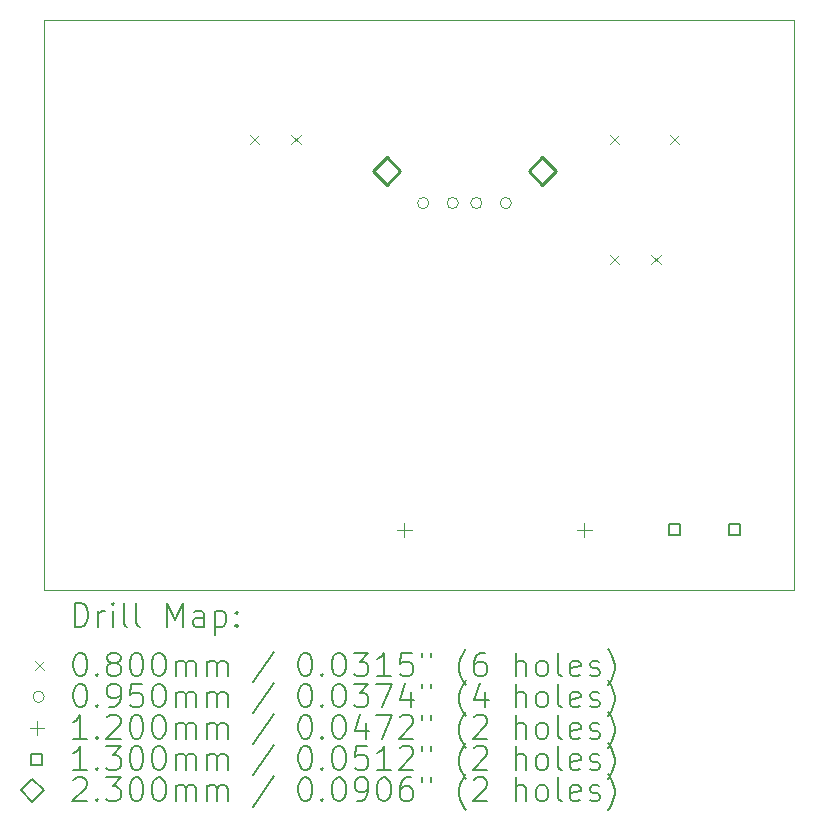
<source format=gbr>
%FSLAX45Y45*%
G04 Gerber Fmt 4.5, Leading zero omitted, Abs format (unit mm)*
G04 Created by KiCad (PCBNEW (6.0.4-0)) date 2022-04-27 17:17:24*
%MOMM*%
%LPD*%
G01*
G04 APERTURE LIST*
%TA.AperFunction,Profile*%
%ADD10C,0.050000*%
%TD*%
%ADD11C,0.200000*%
%ADD12C,0.080000*%
%ADD13C,0.095000*%
%ADD14C,0.120000*%
%ADD15C,0.130000*%
%ADD16C,0.230000*%
G04 APERTURE END LIST*
D10*
X18034000Y-2540000D02*
X18034000Y-7366000D01*
X18034000Y-7366000D02*
X11684000Y-7366000D01*
X11684000Y-7366000D02*
X11684000Y-2540000D01*
X11684000Y-2540000D02*
X18034000Y-2540000D01*
D11*
D12*
X13422000Y-3516000D02*
X13502000Y-3596000D01*
X13502000Y-3516000D02*
X13422000Y-3596000D01*
X13772000Y-3516000D02*
X13852000Y-3596000D01*
X13852000Y-3516000D02*
X13772000Y-3596000D01*
X16470000Y-3516000D02*
X16550000Y-3596000D01*
X16550000Y-3516000D02*
X16470000Y-3596000D01*
X16470000Y-4532000D02*
X16550000Y-4612000D01*
X16550000Y-4532000D02*
X16470000Y-4612000D01*
X16820000Y-4532000D02*
X16900000Y-4612000D01*
X16900000Y-4532000D02*
X16820000Y-4612000D01*
X16978000Y-3516000D02*
X17058000Y-3596000D01*
X17058000Y-3516000D02*
X16978000Y-3596000D01*
D13*
X14937500Y-4092000D02*
G75*
G03*
X14937500Y-4092000I-47500J0D01*
G01*
X15187500Y-4092000D02*
G75*
G03*
X15187500Y-4092000I-47500J0D01*
G01*
X15387500Y-4092000D02*
G75*
G03*
X15387500Y-4092000I-47500J0D01*
G01*
X15637500Y-4092000D02*
G75*
G03*
X15637500Y-4092000I-47500J0D01*
G01*
D14*
X14732000Y-6798000D02*
X14732000Y-6918000D01*
X14672000Y-6858000D02*
X14792000Y-6858000D01*
X16256000Y-6798000D02*
X16256000Y-6918000D01*
X16196000Y-6858000D02*
X16316000Y-6858000D01*
D15*
X17063962Y-6903962D02*
X17063962Y-6812038D01*
X16972038Y-6812038D01*
X16972038Y-6903962D01*
X17063962Y-6903962D01*
X17571962Y-6903962D02*
X17571962Y-6812038D01*
X17480038Y-6812038D01*
X17480038Y-6903962D01*
X17571962Y-6903962D01*
D16*
X14583000Y-3936000D02*
X14698000Y-3821000D01*
X14583000Y-3706000D01*
X14468000Y-3821000D01*
X14583000Y-3936000D01*
X15897000Y-3936000D02*
X16012000Y-3821000D01*
X15897000Y-3706000D01*
X15782000Y-3821000D01*
X15897000Y-3936000D01*
D11*
X11939119Y-7678976D02*
X11939119Y-7478976D01*
X11986738Y-7478976D01*
X12015309Y-7488500D01*
X12034357Y-7507548D01*
X12043881Y-7526595D01*
X12053405Y-7564690D01*
X12053405Y-7593262D01*
X12043881Y-7631357D01*
X12034357Y-7650405D01*
X12015309Y-7669452D01*
X11986738Y-7678976D01*
X11939119Y-7678976D01*
X12139119Y-7678976D02*
X12139119Y-7545643D01*
X12139119Y-7583738D02*
X12148643Y-7564690D01*
X12158167Y-7555167D01*
X12177214Y-7545643D01*
X12196262Y-7545643D01*
X12262928Y-7678976D02*
X12262928Y-7545643D01*
X12262928Y-7478976D02*
X12253405Y-7488500D01*
X12262928Y-7498024D01*
X12272452Y-7488500D01*
X12262928Y-7478976D01*
X12262928Y-7498024D01*
X12386738Y-7678976D02*
X12367690Y-7669452D01*
X12358167Y-7650405D01*
X12358167Y-7478976D01*
X12491500Y-7678976D02*
X12472452Y-7669452D01*
X12462928Y-7650405D01*
X12462928Y-7478976D01*
X12720071Y-7678976D02*
X12720071Y-7478976D01*
X12786738Y-7621833D01*
X12853405Y-7478976D01*
X12853405Y-7678976D01*
X13034357Y-7678976D02*
X13034357Y-7574214D01*
X13024833Y-7555167D01*
X13005786Y-7545643D01*
X12967690Y-7545643D01*
X12948643Y-7555167D01*
X13034357Y-7669452D02*
X13015309Y-7678976D01*
X12967690Y-7678976D01*
X12948643Y-7669452D01*
X12939119Y-7650405D01*
X12939119Y-7631357D01*
X12948643Y-7612309D01*
X12967690Y-7602786D01*
X13015309Y-7602786D01*
X13034357Y-7593262D01*
X13129595Y-7545643D02*
X13129595Y-7745643D01*
X13129595Y-7555167D02*
X13148643Y-7545643D01*
X13186738Y-7545643D01*
X13205786Y-7555167D01*
X13215309Y-7564690D01*
X13224833Y-7583738D01*
X13224833Y-7640881D01*
X13215309Y-7659928D01*
X13205786Y-7669452D01*
X13186738Y-7678976D01*
X13148643Y-7678976D01*
X13129595Y-7669452D01*
X13310548Y-7659928D02*
X13320071Y-7669452D01*
X13310548Y-7678976D01*
X13301024Y-7669452D01*
X13310548Y-7659928D01*
X13310548Y-7678976D01*
X13310548Y-7555167D02*
X13320071Y-7564690D01*
X13310548Y-7574214D01*
X13301024Y-7564690D01*
X13310548Y-7555167D01*
X13310548Y-7574214D01*
D12*
X11601500Y-7968500D02*
X11681500Y-8048500D01*
X11681500Y-7968500D02*
X11601500Y-8048500D01*
D11*
X11977214Y-7898976D02*
X11996262Y-7898976D01*
X12015309Y-7908500D01*
X12024833Y-7918024D01*
X12034357Y-7937071D01*
X12043881Y-7975167D01*
X12043881Y-8022786D01*
X12034357Y-8060881D01*
X12024833Y-8079928D01*
X12015309Y-8089452D01*
X11996262Y-8098976D01*
X11977214Y-8098976D01*
X11958167Y-8089452D01*
X11948643Y-8079928D01*
X11939119Y-8060881D01*
X11929595Y-8022786D01*
X11929595Y-7975167D01*
X11939119Y-7937071D01*
X11948643Y-7918024D01*
X11958167Y-7908500D01*
X11977214Y-7898976D01*
X12129595Y-8079928D02*
X12139119Y-8089452D01*
X12129595Y-8098976D01*
X12120071Y-8089452D01*
X12129595Y-8079928D01*
X12129595Y-8098976D01*
X12253405Y-7984690D02*
X12234357Y-7975167D01*
X12224833Y-7965643D01*
X12215309Y-7946595D01*
X12215309Y-7937071D01*
X12224833Y-7918024D01*
X12234357Y-7908500D01*
X12253405Y-7898976D01*
X12291500Y-7898976D01*
X12310548Y-7908500D01*
X12320071Y-7918024D01*
X12329595Y-7937071D01*
X12329595Y-7946595D01*
X12320071Y-7965643D01*
X12310548Y-7975167D01*
X12291500Y-7984690D01*
X12253405Y-7984690D01*
X12234357Y-7994214D01*
X12224833Y-8003738D01*
X12215309Y-8022786D01*
X12215309Y-8060881D01*
X12224833Y-8079928D01*
X12234357Y-8089452D01*
X12253405Y-8098976D01*
X12291500Y-8098976D01*
X12310548Y-8089452D01*
X12320071Y-8079928D01*
X12329595Y-8060881D01*
X12329595Y-8022786D01*
X12320071Y-8003738D01*
X12310548Y-7994214D01*
X12291500Y-7984690D01*
X12453405Y-7898976D02*
X12472452Y-7898976D01*
X12491500Y-7908500D01*
X12501024Y-7918024D01*
X12510548Y-7937071D01*
X12520071Y-7975167D01*
X12520071Y-8022786D01*
X12510548Y-8060881D01*
X12501024Y-8079928D01*
X12491500Y-8089452D01*
X12472452Y-8098976D01*
X12453405Y-8098976D01*
X12434357Y-8089452D01*
X12424833Y-8079928D01*
X12415309Y-8060881D01*
X12405786Y-8022786D01*
X12405786Y-7975167D01*
X12415309Y-7937071D01*
X12424833Y-7918024D01*
X12434357Y-7908500D01*
X12453405Y-7898976D01*
X12643881Y-7898976D02*
X12662928Y-7898976D01*
X12681976Y-7908500D01*
X12691500Y-7918024D01*
X12701024Y-7937071D01*
X12710548Y-7975167D01*
X12710548Y-8022786D01*
X12701024Y-8060881D01*
X12691500Y-8079928D01*
X12681976Y-8089452D01*
X12662928Y-8098976D01*
X12643881Y-8098976D01*
X12624833Y-8089452D01*
X12615309Y-8079928D01*
X12605786Y-8060881D01*
X12596262Y-8022786D01*
X12596262Y-7975167D01*
X12605786Y-7937071D01*
X12615309Y-7918024D01*
X12624833Y-7908500D01*
X12643881Y-7898976D01*
X12796262Y-8098976D02*
X12796262Y-7965643D01*
X12796262Y-7984690D02*
X12805786Y-7975167D01*
X12824833Y-7965643D01*
X12853405Y-7965643D01*
X12872452Y-7975167D01*
X12881976Y-7994214D01*
X12881976Y-8098976D01*
X12881976Y-7994214D02*
X12891500Y-7975167D01*
X12910548Y-7965643D01*
X12939119Y-7965643D01*
X12958167Y-7975167D01*
X12967690Y-7994214D01*
X12967690Y-8098976D01*
X13062928Y-8098976D02*
X13062928Y-7965643D01*
X13062928Y-7984690D02*
X13072452Y-7975167D01*
X13091500Y-7965643D01*
X13120071Y-7965643D01*
X13139119Y-7975167D01*
X13148643Y-7994214D01*
X13148643Y-8098976D01*
X13148643Y-7994214D02*
X13158167Y-7975167D01*
X13177214Y-7965643D01*
X13205786Y-7965643D01*
X13224833Y-7975167D01*
X13234357Y-7994214D01*
X13234357Y-8098976D01*
X13624833Y-7889452D02*
X13453405Y-8146595D01*
X13881976Y-7898976D02*
X13901024Y-7898976D01*
X13920071Y-7908500D01*
X13929595Y-7918024D01*
X13939119Y-7937071D01*
X13948643Y-7975167D01*
X13948643Y-8022786D01*
X13939119Y-8060881D01*
X13929595Y-8079928D01*
X13920071Y-8089452D01*
X13901024Y-8098976D01*
X13881976Y-8098976D01*
X13862928Y-8089452D01*
X13853405Y-8079928D01*
X13843881Y-8060881D01*
X13834357Y-8022786D01*
X13834357Y-7975167D01*
X13843881Y-7937071D01*
X13853405Y-7918024D01*
X13862928Y-7908500D01*
X13881976Y-7898976D01*
X14034357Y-8079928D02*
X14043881Y-8089452D01*
X14034357Y-8098976D01*
X14024833Y-8089452D01*
X14034357Y-8079928D01*
X14034357Y-8098976D01*
X14167690Y-7898976D02*
X14186738Y-7898976D01*
X14205786Y-7908500D01*
X14215309Y-7918024D01*
X14224833Y-7937071D01*
X14234357Y-7975167D01*
X14234357Y-8022786D01*
X14224833Y-8060881D01*
X14215309Y-8079928D01*
X14205786Y-8089452D01*
X14186738Y-8098976D01*
X14167690Y-8098976D01*
X14148643Y-8089452D01*
X14139119Y-8079928D01*
X14129595Y-8060881D01*
X14120071Y-8022786D01*
X14120071Y-7975167D01*
X14129595Y-7937071D01*
X14139119Y-7918024D01*
X14148643Y-7908500D01*
X14167690Y-7898976D01*
X14301024Y-7898976D02*
X14424833Y-7898976D01*
X14358167Y-7975167D01*
X14386738Y-7975167D01*
X14405786Y-7984690D01*
X14415309Y-7994214D01*
X14424833Y-8013262D01*
X14424833Y-8060881D01*
X14415309Y-8079928D01*
X14405786Y-8089452D01*
X14386738Y-8098976D01*
X14329595Y-8098976D01*
X14310548Y-8089452D01*
X14301024Y-8079928D01*
X14615309Y-8098976D02*
X14501024Y-8098976D01*
X14558167Y-8098976D02*
X14558167Y-7898976D01*
X14539119Y-7927548D01*
X14520071Y-7946595D01*
X14501024Y-7956119D01*
X14796262Y-7898976D02*
X14701024Y-7898976D01*
X14691500Y-7994214D01*
X14701024Y-7984690D01*
X14720071Y-7975167D01*
X14767690Y-7975167D01*
X14786738Y-7984690D01*
X14796262Y-7994214D01*
X14805786Y-8013262D01*
X14805786Y-8060881D01*
X14796262Y-8079928D01*
X14786738Y-8089452D01*
X14767690Y-8098976D01*
X14720071Y-8098976D01*
X14701024Y-8089452D01*
X14691500Y-8079928D01*
X14881976Y-7898976D02*
X14881976Y-7937071D01*
X14958167Y-7898976D02*
X14958167Y-7937071D01*
X15253405Y-8175167D02*
X15243881Y-8165643D01*
X15224833Y-8137071D01*
X15215309Y-8118024D01*
X15205786Y-8089452D01*
X15196262Y-8041833D01*
X15196262Y-8003738D01*
X15205786Y-7956119D01*
X15215309Y-7927548D01*
X15224833Y-7908500D01*
X15243881Y-7879928D01*
X15253405Y-7870405D01*
X15415309Y-7898976D02*
X15377214Y-7898976D01*
X15358167Y-7908500D01*
X15348643Y-7918024D01*
X15329595Y-7946595D01*
X15320071Y-7984690D01*
X15320071Y-8060881D01*
X15329595Y-8079928D01*
X15339119Y-8089452D01*
X15358167Y-8098976D01*
X15396262Y-8098976D01*
X15415309Y-8089452D01*
X15424833Y-8079928D01*
X15434357Y-8060881D01*
X15434357Y-8013262D01*
X15424833Y-7994214D01*
X15415309Y-7984690D01*
X15396262Y-7975167D01*
X15358167Y-7975167D01*
X15339119Y-7984690D01*
X15329595Y-7994214D01*
X15320071Y-8013262D01*
X15672452Y-8098976D02*
X15672452Y-7898976D01*
X15758167Y-8098976D02*
X15758167Y-7994214D01*
X15748643Y-7975167D01*
X15729595Y-7965643D01*
X15701024Y-7965643D01*
X15681976Y-7975167D01*
X15672452Y-7984690D01*
X15881976Y-8098976D02*
X15862928Y-8089452D01*
X15853405Y-8079928D01*
X15843881Y-8060881D01*
X15843881Y-8003738D01*
X15853405Y-7984690D01*
X15862928Y-7975167D01*
X15881976Y-7965643D01*
X15910548Y-7965643D01*
X15929595Y-7975167D01*
X15939119Y-7984690D01*
X15948643Y-8003738D01*
X15948643Y-8060881D01*
X15939119Y-8079928D01*
X15929595Y-8089452D01*
X15910548Y-8098976D01*
X15881976Y-8098976D01*
X16062928Y-8098976D02*
X16043881Y-8089452D01*
X16034357Y-8070405D01*
X16034357Y-7898976D01*
X16215309Y-8089452D02*
X16196262Y-8098976D01*
X16158167Y-8098976D01*
X16139119Y-8089452D01*
X16129595Y-8070405D01*
X16129595Y-7994214D01*
X16139119Y-7975167D01*
X16158167Y-7965643D01*
X16196262Y-7965643D01*
X16215309Y-7975167D01*
X16224833Y-7994214D01*
X16224833Y-8013262D01*
X16129595Y-8032309D01*
X16301024Y-8089452D02*
X16320071Y-8098976D01*
X16358167Y-8098976D01*
X16377214Y-8089452D01*
X16386738Y-8070405D01*
X16386738Y-8060881D01*
X16377214Y-8041833D01*
X16358167Y-8032309D01*
X16329595Y-8032309D01*
X16310548Y-8022786D01*
X16301024Y-8003738D01*
X16301024Y-7994214D01*
X16310548Y-7975167D01*
X16329595Y-7965643D01*
X16358167Y-7965643D01*
X16377214Y-7975167D01*
X16453405Y-8175167D02*
X16462928Y-8165643D01*
X16481976Y-8137071D01*
X16491500Y-8118024D01*
X16501024Y-8089452D01*
X16510548Y-8041833D01*
X16510548Y-8003738D01*
X16501024Y-7956119D01*
X16491500Y-7927548D01*
X16481976Y-7908500D01*
X16462928Y-7879928D01*
X16453405Y-7870405D01*
D13*
X11681500Y-8272500D02*
G75*
G03*
X11681500Y-8272500I-47500J0D01*
G01*
D11*
X11977214Y-8162976D02*
X11996262Y-8162976D01*
X12015309Y-8172500D01*
X12024833Y-8182024D01*
X12034357Y-8201071D01*
X12043881Y-8239167D01*
X12043881Y-8286786D01*
X12034357Y-8324881D01*
X12024833Y-8343928D01*
X12015309Y-8353452D01*
X11996262Y-8362976D01*
X11977214Y-8362976D01*
X11958167Y-8353452D01*
X11948643Y-8343928D01*
X11939119Y-8324881D01*
X11929595Y-8286786D01*
X11929595Y-8239167D01*
X11939119Y-8201071D01*
X11948643Y-8182024D01*
X11958167Y-8172500D01*
X11977214Y-8162976D01*
X12129595Y-8343928D02*
X12139119Y-8353452D01*
X12129595Y-8362976D01*
X12120071Y-8353452D01*
X12129595Y-8343928D01*
X12129595Y-8362976D01*
X12234357Y-8362976D02*
X12272452Y-8362976D01*
X12291500Y-8353452D01*
X12301024Y-8343928D01*
X12320071Y-8315357D01*
X12329595Y-8277262D01*
X12329595Y-8201071D01*
X12320071Y-8182024D01*
X12310548Y-8172500D01*
X12291500Y-8162976D01*
X12253405Y-8162976D01*
X12234357Y-8172500D01*
X12224833Y-8182024D01*
X12215309Y-8201071D01*
X12215309Y-8248690D01*
X12224833Y-8267738D01*
X12234357Y-8277262D01*
X12253405Y-8286786D01*
X12291500Y-8286786D01*
X12310548Y-8277262D01*
X12320071Y-8267738D01*
X12329595Y-8248690D01*
X12510548Y-8162976D02*
X12415309Y-8162976D01*
X12405786Y-8258214D01*
X12415309Y-8248690D01*
X12434357Y-8239167D01*
X12481976Y-8239167D01*
X12501024Y-8248690D01*
X12510548Y-8258214D01*
X12520071Y-8277262D01*
X12520071Y-8324881D01*
X12510548Y-8343928D01*
X12501024Y-8353452D01*
X12481976Y-8362976D01*
X12434357Y-8362976D01*
X12415309Y-8353452D01*
X12405786Y-8343928D01*
X12643881Y-8162976D02*
X12662928Y-8162976D01*
X12681976Y-8172500D01*
X12691500Y-8182024D01*
X12701024Y-8201071D01*
X12710548Y-8239167D01*
X12710548Y-8286786D01*
X12701024Y-8324881D01*
X12691500Y-8343928D01*
X12681976Y-8353452D01*
X12662928Y-8362976D01*
X12643881Y-8362976D01*
X12624833Y-8353452D01*
X12615309Y-8343928D01*
X12605786Y-8324881D01*
X12596262Y-8286786D01*
X12596262Y-8239167D01*
X12605786Y-8201071D01*
X12615309Y-8182024D01*
X12624833Y-8172500D01*
X12643881Y-8162976D01*
X12796262Y-8362976D02*
X12796262Y-8229643D01*
X12796262Y-8248690D02*
X12805786Y-8239167D01*
X12824833Y-8229643D01*
X12853405Y-8229643D01*
X12872452Y-8239167D01*
X12881976Y-8258214D01*
X12881976Y-8362976D01*
X12881976Y-8258214D02*
X12891500Y-8239167D01*
X12910548Y-8229643D01*
X12939119Y-8229643D01*
X12958167Y-8239167D01*
X12967690Y-8258214D01*
X12967690Y-8362976D01*
X13062928Y-8362976D02*
X13062928Y-8229643D01*
X13062928Y-8248690D02*
X13072452Y-8239167D01*
X13091500Y-8229643D01*
X13120071Y-8229643D01*
X13139119Y-8239167D01*
X13148643Y-8258214D01*
X13148643Y-8362976D01*
X13148643Y-8258214D02*
X13158167Y-8239167D01*
X13177214Y-8229643D01*
X13205786Y-8229643D01*
X13224833Y-8239167D01*
X13234357Y-8258214D01*
X13234357Y-8362976D01*
X13624833Y-8153452D02*
X13453405Y-8410595D01*
X13881976Y-8162976D02*
X13901024Y-8162976D01*
X13920071Y-8172500D01*
X13929595Y-8182024D01*
X13939119Y-8201071D01*
X13948643Y-8239167D01*
X13948643Y-8286786D01*
X13939119Y-8324881D01*
X13929595Y-8343928D01*
X13920071Y-8353452D01*
X13901024Y-8362976D01*
X13881976Y-8362976D01*
X13862928Y-8353452D01*
X13853405Y-8343928D01*
X13843881Y-8324881D01*
X13834357Y-8286786D01*
X13834357Y-8239167D01*
X13843881Y-8201071D01*
X13853405Y-8182024D01*
X13862928Y-8172500D01*
X13881976Y-8162976D01*
X14034357Y-8343928D02*
X14043881Y-8353452D01*
X14034357Y-8362976D01*
X14024833Y-8353452D01*
X14034357Y-8343928D01*
X14034357Y-8362976D01*
X14167690Y-8162976D02*
X14186738Y-8162976D01*
X14205786Y-8172500D01*
X14215309Y-8182024D01*
X14224833Y-8201071D01*
X14234357Y-8239167D01*
X14234357Y-8286786D01*
X14224833Y-8324881D01*
X14215309Y-8343928D01*
X14205786Y-8353452D01*
X14186738Y-8362976D01*
X14167690Y-8362976D01*
X14148643Y-8353452D01*
X14139119Y-8343928D01*
X14129595Y-8324881D01*
X14120071Y-8286786D01*
X14120071Y-8239167D01*
X14129595Y-8201071D01*
X14139119Y-8182024D01*
X14148643Y-8172500D01*
X14167690Y-8162976D01*
X14301024Y-8162976D02*
X14424833Y-8162976D01*
X14358167Y-8239167D01*
X14386738Y-8239167D01*
X14405786Y-8248690D01*
X14415309Y-8258214D01*
X14424833Y-8277262D01*
X14424833Y-8324881D01*
X14415309Y-8343928D01*
X14405786Y-8353452D01*
X14386738Y-8362976D01*
X14329595Y-8362976D01*
X14310548Y-8353452D01*
X14301024Y-8343928D01*
X14491500Y-8162976D02*
X14624833Y-8162976D01*
X14539119Y-8362976D01*
X14786738Y-8229643D02*
X14786738Y-8362976D01*
X14739119Y-8153452D02*
X14691500Y-8296309D01*
X14815309Y-8296309D01*
X14881976Y-8162976D02*
X14881976Y-8201071D01*
X14958167Y-8162976D02*
X14958167Y-8201071D01*
X15253405Y-8439167D02*
X15243881Y-8429643D01*
X15224833Y-8401071D01*
X15215309Y-8382024D01*
X15205786Y-8353452D01*
X15196262Y-8305833D01*
X15196262Y-8267738D01*
X15205786Y-8220119D01*
X15215309Y-8191548D01*
X15224833Y-8172500D01*
X15243881Y-8143928D01*
X15253405Y-8134405D01*
X15415309Y-8229643D02*
X15415309Y-8362976D01*
X15367690Y-8153452D02*
X15320071Y-8296309D01*
X15443881Y-8296309D01*
X15672452Y-8362976D02*
X15672452Y-8162976D01*
X15758167Y-8362976D02*
X15758167Y-8258214D01*
X15748643Y-8239167D01*
X15729595Y-8229643D01*
X15701024Y-8229643D01*
X15681976Y-8239167D01*
X15672452Y-8248690D01*
X15881976Y-8362976D02*
X15862928Y-8353452D01*
X15853405Y-8343928D01*
X15843881Y-8324881D01*
X15843881Y-8267738D01*
X15853405Y-8248690D01*
X15862928Y-8239167D01*
X15881976Y-8229643D01*
X15910548Y-8229643D01*
X15929595Y-8239167D01*
X15939119Y-8248690D01*
X15948643Y-8267738D01*
X15948643Y-8324881D01*
X15939119Y-8343928D01*
X15929595Y-8353452D01*
X15910548Y-8362976D01*
X15881976Y-8362976D01*
X16062928Y-8362976D02*
X16043881Y-8353452D01*
X16034357Y-8334405D01*
X16034357Y-8162976D01*
X16215309Y-8353452D02*
X16196262Y-8362976D01*
X16158167Y-8362976D01*
X16139119Y-8353452D01*
X16129595Y-8334405D01*
X16129595Y-8258214D01*
X16139119Y-8239167D01*
X16158167Y-8229643D01*
X16196262Y-8229643D01*
X16215309Y-8239167D01*
X16224833Y-8258214D01*
X16224833Y-8277262D01*
X16129595Y-8296309D01*
X16301024Y-8353452D02*
X16320071Y-8362976D01*
X16358167Y-8362976D01*
X16377214Y-8353452D01*
X16386738Y-8334405D01*
X16386738Y-8324881D01*
X16377214Y-8305833D01*
X16358167Y-8296309D01*
X16329595Y-8296309D01*
X16310548Y-8286786D01*
X16301024Y-8267738D01*
X16301024Y-8258214D01*
X16310548Y-8239167D01*
X16329595Y-8229643D01*
X16358167Y-8229643D01*
X16377214Y-8239167D01*
X16453405Y-8439167D02*
X16462928Y-8429643D01*
X16481976Y-8401071D01*
X16491500Y-8382024D01*
X16501024Y-8353452D01*
X16510548Y-8305833D01*
X16510548Y-8267738D01*
X16501024Y-8220119D01*
X16491500Y-8191548D01*
X16481976Y-8172500D01*
X16462928Y-8143928D01*
X16453405Y-8134405D01*
D14*
X11621500Y-8476500D02*
X11621500Y-8596500D01*
X11561500Y-8536500D02*
X11681500Y-8536500D01*
D11*
X12043881Y-8626976D02*
X11929595Y-8626976D01*
X11986738Y-8626976D02*
X11986738Y-8426976D01*
X11967690Y-8455548D01*
X11948643Y-8474595D01*
X11929595Y-8484119D01*
X12129595Y-8607929D02*
X12139119Y-8617452D01*
X12129595Y-8626976D01*
X12120071Y-8617452D01*
X12129595Y-8607929D01*
X12129595Y-8626976D01*
X12215309Y-8446024D02*
X12224833Y-8436500D01*
X12243881Y-8426976D01*
X12291500Y-8426976D01*
X12310548Y-8436500D01*
X12320071Y-8446024D01*
X12329595Y-8465071D01*
X12329595Y-8484119D01*
X12320071Y-8512690D01*
X12205786Y-8626976D01*
X12329595Y-8626976D01*
X12453405Y-8426976D02*
X12472452Y-8426976D01*
X12491500Y-8436500D01*
X12501024Y-8446024D01*
X12510548Y-8465071D01*
X12520071Y-8503167D01*
X12520071Y-8550786D01*
X12510548Y-8588881D01*
X12501024Y-8607929D01*
X12491500Y-8617452D01*
X12472452Y-8626976D01*
X12453405Y-8626976D01*
X12434357Y-8617452D01*
X12424833Y-8607929D01*
X12415309Y-8588881D01*
X12405786Y-8550786D01*
X12405786Y-8503167D01*
X12415309Y-8465071D01*
X12424833Y-8446024D01*
X12434357Y-8436500D01*
X12453405Y-8426976D01*
X12643881Y-8426976D02*
X12662928Y-8426976D01*
X12681976Y-8436500D01*
X12691500Y-8446024D01*
X12701024Y-8465071D01*
X12710548Y-8503167D01*
X12710548Y-8550786D01*
X12701024Y-8588881D01*
X12691500Y-8607929D01*
X12681976Y-8617452D01*
X12662928Y-8626976D01*
X12643881Y-8626976D01*
X12624833Y-8617452D01*
X12615309Y-8607929D01*
X12605786Y-8588881D01*
X12596262Y-8550786D01*
X12596262Y-8503167D01*
X12605786Y-8465071D01*
X12615309Y-8446024D01*
X12624833Y-8436500D01*
X12643881Y-8426976D01*
X12796262Y-8626976D02*
X12796262Y-8493643D01*
X12796262Y-8512690D02*
X12805786Y-8503167D01*
X12824833Y-8493643D01*
X12853405Y-8493643D01*
X12872452Y-8503167D01*
X12881976Y-8522214D01*
X12881976Y-8626976D01*
X12881976Y-8522214D02*
X12891500Y-8503167D01*
X12910548Y-8493643D01*
X12939119Y-8493643D01*
X12958167Y-8503167D01*
X12967690Y-8522214D01*
X12967690Y-8626976D01*
X13062928Y-8626976D02*
X13062928Y-8493643D01*
X13062928Y-8512690D02*
X13072452Y-8503167D01*
X13091500Y-8493643D01*
X13120071Y-8493643D01*
X13139119Y-8503167D01*
X13148643Y-8522214D01*
X13148643Y-8626976D01*
X13148643Y-8522214D02*
X13158167Y-8503167D01*
X13177214Y-8493643D01*
X13205786Y-8493643D01*
X13224833Y-8503167D01*
X13234357Y-8522214D01*
X13234357Y-8626976D01*
X13624833Y-8417452D02*
X13453405Y-8674595D01*
X13881976Y-8426976D02*
X13901024Y-8426976D01*
X13920071Y-8436500D01*
X13929595Y-8446024D01*
X13939119Y-8465071D01*
X13948643Y-8503167D01*
X13948643Y-8550786D01*
X13939119Y-8588881D01*
X13929595Y-8607929D01*
X13920071Y-8617452D01*
X13901024Y-8626976D01*
X13881976Y-8626976D01*
X13862928Y-8617452D01*
X13853405Y-8607929D01*
X13843881Y-8588881D01*
X13834357Y-8550786D01*
X13834357Y-8503167D01*
X13843881Y-8465071D01*
X13853405Y-8446024D01*
X13862928Y-8436500D01*
X13881976Y-8426976D01*
X14034357Y-8607929D02*
X14043881Y-8617452D01*
X14034357Y-8626976D01*
X14024833Y-8617452D01*
X14034357Y-8607929D01*
X14034357Y-8626976D01*
X14167690Y-8426976D02*
X14186738Y-8426976D01*
X14205786Y-8436500D01*
X14215309Y-8446024D01*
X14224833Y-8465071D01*
X14234357Y-8503167D01*
X14234357Y-8550786D01*
X14224833Y-8588881D01*
X14215309Y-8607929D01*
X14205786Y-8617452D01*
X14186738Y-8626976D01*
X14167690Y-8626976D01*
X14148643Y-8617452D01*
X14139119Y-8607929D01*
X14129595Y-8588881D01*
X14120071Y-8550786D01*
X14120071Y-8503167D01*
X14129595Y-8465071D01*
X14139119Y-8446024D01*
X14148643Y-8436500D01*
X14167690Y-8426976D01*
X14405786Y-8493643D02*
X14405786Y-8626976D01*
X14358167Y-8417452D02*
X14310548Y-8560310D01*
X14434357Y-8560310D01*
X14491500Y-8426976D02*
X14624833Y-8426976D01*
X14539119Y-8626976D01*
X14691500Y-8446024D02*
X14701024Y-8436500D01*
X14720071Y-8426976D01*
X14767690Y-8426976D01*
X14786738Y-8436500D01*
X14796262Y-8446024D01*
X14805786Y-8465071D01*
X14805786Y-8484119D01*
X14796262Y-8512690D01*
X14681976Y-8626976D01*
X14805786Y-8626976D01*
X14881976Y-8426976D02*
X14881976Y-8465071D01*
X14958167Y-8426976D02*
X14958167Y-8465071D01*
X15253405Y-8703167D02*
X15243881Y-8693643D01*
X15224833Y-8665071D01*
X15215309Y-8646024D01*
X15205786Y-8617452D01*
X15196262Y-8569833D01*
X15196262Y-8531738D01*
X15205786Y-8484119D01*
X15215309Y-8455548D01*
X15224833Y-8436500D01*
X15243881Y-8407929D01*
X15253405Y-8398405D01*
X15320071Y-8446024D02*
X15329595Y-8436500D01*
X15348643Y-8426976D01*
X15396262Y-8426976D01*
X15415309Y-8436500D01*
X15424833Y-8446024D01*
X15434357Y-8465071D01*
X15434357Y-8484119D01*
X15424833Y-8512690D01*
X15310548Y-8626976D01*
X15434357Y-8626976D01*
X15672452Y-8626976D02*
X15672452Y-8426976D01*
X15758167Y-8626976D02*
X15758167Y-8522214D01*
X15748643Y-8503167D01*
X15729595Y-8493643D01*
X15701024Y-8493643D01*
X15681976Y-8503167D01*
X15672452Y-8512690D01*
X15881976Y-8626976D02*
X15862928Y-8617452D01*
X15853405Y-8607929D01*
X15843881Y-8588881D01*
X15843881Y-8531738D01*
X15853405Y-8512690D01*
X15862928Y-8503167D01*
X15881976Y-8493643D01*
X15910548Y-8493643D01*
X15929595Y-8503167D01*
X15939119Y-8512690D01*
X15948643Y-8531738D01*
X15948643Y-8588881D01*
X15939119Y-8607929D01*
X15929595Y-8617452D01*
X15910548Y-8626976D01*
X15881976Y-8626976D01*
X16062928Y-8626976D02*
X16043881Y-8617452D01*
X16034357Y-8598405D01*
X16034357Y-8426976D01*
X16215309Y-8617452D02*
X16196262Y-8626976D01*
X16158167Y-8626976D01*
X16139119Y-8617452D01*
X16129595Y-8598405D01*
X16129595Y-8522214D01*
X16139119Y-8503167D01*
X16158167Y-8493643D01*
X16196262Y-8493643D01*
X16215309Y-8503167D01*
X16224833Y-8522214D01*
X16224833Y-8541262D01*
X16129595Y-8560310D01*
X16301024Y-8617452D02*
X16320071Y-8626976D01*
X16358167Y-8626976D01*
X16377214Y-8617452D01*
X16386738Y-8598405D01*
X16386738Y-8588881D01*
X16377214Y-8569833D01*
X16358167Y-8560310D01*
X16329595Y-8560310D01*
X16310548Y-8550786D01*
X16301024Y-8531738D01*
X16301024Y-8522214D01*
X16310548Y-8503167D01*
X16329595Y-8493643D01*
X16358167Y-8493643D01*
X16377214Y-8503167D01*
X16453405Y-8703167D02*
X16462928Y-8693643D01*
X16481976Y-8665071D01*
X16491500Y-8646024D01*
X16501024Y-8617452D01*
X16510548Y-8569833D01*
X16510548Y-8531738D01*
X16501024Y-8484119D01*
X16491500Y-8455548D01*
X16481976Y-8436500D01*
X16462928Y-8407929D01*
X16453405Y-8398405D01*
D15*
X11662462Y-8846462D02*
X11662462Y-8754538D01*
X11570538Y-8754538D01*
X11570538Y-8846462D01*
X11662462Y-8846462D01*
D11*
X12043881Y-8890976D02*
X11929595Y-8890976D01*
X11986738Y-8890976D02*
X11986738Y-8690976D01*
X11967690Y-8719548D01*
X11948643Y-8738595D01*
X11929595Y-8748119D01*
X12129595Y-8871929D02*
X12139119Y-8881452D01*
X12129595Y-8890976D01*
X12120071Y-8881452D01*
X12129595Y-8871929D01*
X12129595Y-8890976D01*
X12205786Y-8690976D02*
X12329595Y-8690976D01*
X12262928Y-8767167D01*
X12291500Y-8767167D01*
X12310548Y-8776690D01*
X12320071Y-8786214D01*
X12329595Y-8805262D01*
X12329595Y-8852881D01*
X12320071Y-8871929D01*
X12310548Y-8881452D01*
X12291500Y-8890976D01*
X12234357Y-8890976D01*
X12215309Y-8881452D01*
X12205786Y-8871929D01*
X12453405Y-8690976D02*
X12472452Y-8690976D01*
X12491500Y-8700500D01*
X12501024Y-8710024D01*
X12510548Y-8729071D01*
X12520071Y-8767167D01*
X12520071Y-8814786D01*
X12510548Y-8852881D01*
X12501024Y-8871929D01*
X12491500Y-8881452D01*
X12472452Y-8890976D01*
X12453405Y-8890976D01*
X12434357Y-8881452D01*
X12424833Y-8871929D01*
X12415309Y-8852881D01*
X12405786Y-8814786D01*
X12405786Y-8767167D01*
X12415309Y-8729071D01*
X12424833Y-8710024D01*
X12434357Y-8700500D01*
X12453405Y-8690976D01*
X12643881Y-8690976D02*
X12662928Y-8690976D01*
X12681976Y-8700500D01*
X12691500Y-8710024D01*
X12701024Y-8729071D01*
X12710548Y-8767167D01*
X12710548Y-8814786D01*
X12701024Y-8852881D01*
X12691500Y-8871929D01*
X12681976Y-8881452D01*
X12662928Y-8890976D01*
X12643881Y-8890976D01*
X12624833Y-8881452D01*
X12615309Y-8871929D01*
X12605786Y-8852881D01*
X12596262Y-8814786D01*
X12596262Y-8767167D01*
X12605786Y-8729071D01*
X12615309Y-8710024D01*
X12624833Y-8700500D01*
X12643881Y-8690976D01*
X12796262Y-8890976D02*
X12796262Y-8757643D01*
X12796262Y-8776690D02*
X12805786Y-8767167D01*
X12824833Y-8757643D01*
X12853405Y-8757643D01*
X12872452Y-8767167D01*
X12881976Y-8786214D01*
X12881976Y-8890976D01*
X12881976Y-8786214D02*
X12891500Y-8767167D01*
X12910548Y-8757643D01*
X12939119Y-8757643D01*
X12958167Y-8767167D01*
X12967690Y-8786214D01*
X12967690Y-8890976D01*
X13062928Y-8890976D02*
X13062928Y-8757643D01*
X13062928Y-8776690D02*
X13072452Y-8767167D01*
X13091500Y-8757643D01*
X13120071Y-8757643D01*
X13139119Y-8767167D01*
X13148643Y-8786214D01*
X13148643Y-8890976D01*
X13148643Y-8786214D02*
X13158167Y-8767167D01*
X13177214Y-8757643D01*
X13205786Y-8757643D01*
X13224833Y-8767167D01*
X13234357Y-8786214D01*
X13234357Y-8890976D01*
X13624833Y-8681452D02*
X13453405Y-8938595D01*
X13881976Y-8690976D02*
X13901024Y-8690976D01*
X13920071Y-8700500D01*
X13929595Y-8710024D01*
X13939119Y-8729071D01*
X13948643Y-8767167D01*
X13948643Y-8814786D01*
X13939119Y-8852881D01*
X13929595Y-8871929D01*
X13920071Y-8881452D01*
X13901024Y-8890976D01*
X13881976Y-8890976D01*
X13862928Y-8881452D01*
X13853405Y-8871929D01*
X13843881Y-8852881D01*
X13834357Y-8814786D01*
X13834357Y-8767167D01*
X13843881Y-8729071D01*
X13853405Y-8710024D01*
X13862928Y-8700500D01*
X13881976Y-8690976D01*
X14034357Y-8871929D02*
X14043881Y-8881452D01*
X14034357Y-8890976D01*
X14024833Y-8881452D01*
X14034357Y-8871929D01*
X14034357Y-8890976D01*
X14167690Y-8690976D02*
X14186738Y-8690976D01*
X14205786Y-8700500D01*
X14215309Y-8710024D01*
X14224833Y-8729071D01*
X14234357Y-8767167D01*
X14234357Y-8814786D01*
X14224833Y-8852881D01*
X14215309Y-8871929D01*
X14205786Y-8881452D01*
X14186738Y-8890976D01*
X14167690Y-8890976D01*
X14148643Y-8881452D01*
X14139119Y-8871929D01*
X14129595Y-8852881D01*
X14120071Y-8814786D01*
X14120071Y-8767167D01*
X14129595Y-8729071D01*
X14139119Y-8710024D01*
X14148643Y-8700500D01*
X14167690Y-8690976D01*
X14415309Y-8690976D02*
X14320071Y-8690976D01*
X14310548Y-8786214D01*
X14320071Y-8776690D01*
X14339119Y-8767167D01*
X14386738Y-8767167D01*
X14405786Y-8776690D01*
X14415309Y-8786214D01*
X14424833Y-8805262D01*
X14424833Y-8852881D01*
X14415309Y-8871929D01*
X14405786Y-8881452D01*
X14386738Y-8890976D01*
X14339119Y-8890976D01*
X14320071Y-8881452D01*
X14310548Y-8871929D01*
X14615309Y-8890976D02*
X14501024Y-8890976D01*
X14558167Y-8890976D02*
X14558167Y-8690976D01*
X14539119Y-8719548D01*
X14520071Y-8738595D01*
X14501024Y-8748119D01*
X14691500Y-8710024D02*
X14701024Y-8700500D01*
X14720071Y-8690976D01*
X14767690Y-8690976D01*
X14786738Y-8700500D01*
X14796262Y-8710024D01*
X14805786Y-8729071D01*
X14805786Y-8748119D01*
X14796262Y-8776690D01*
X14681976Y-8890976D01*
X14805786Y-8890976D01*
X14881976Y-8690976D02*
X14881976Y-8729071D01*
X14958167Y-8690976D02*
X14958167Y-8729071D01*
X15253405Y-8967167D02*
X15243881Y-8957643D01*
X15224833Y-8929071D01*
X15215309Y-8910024D01*
X15205786Y-8881452D01*
X15196262Y-8833833D01*
X15196262Y-8795738D01*
X15205786Y-8748119D01*
X15215309Y-8719548D01*
X15224833Y-8700500D01*
X15243881Y-8671929D01*
X15253405Y-8662405D01*
X15320071Y-8710024D02*
X15329595Y-8700500D01*
X15348643Y-8690976D01*
X15396262Y-8690976D01*
X15415309Y-8700500D01*
X15424833Y-8710024D01*
X15434357Y-8729071D01*
X15434357Y-8748119D01*
X15424833Y-8776690D01*
X15310548Y-8890976D01*
X15434357Y-8890976D01*
X15672452Y-8890976D02*
X15672452Y-8690976D01*
X15758167Y-8890976D02*
X15758167Y-8786214D01*
X15748643Y-8767167D01*
X15729595Y-8757643D01*
X15701024Y-8757643D01*
X15681976Y-8767167D01*
X15672452Y-8776690D01*
X15881976Y-8890976D02*
X15862928Y-8881452D01*
X15853405Y-8871929D01*
X15843881Y-8852881D01*
X15843881Y-8795738D01*
X15853405Y-8776690D01*
X15862928Y-8767167D01*
X15881976Y-8757643D01*
X15910548Y-8757643D01*
X15929595Y-8767167D01*
X15939119Y-8776690D01*
X15948643Y-8795738D01*
X15948643Y-8852881D01*
X15939119Y-8871929D01*
X15929595Y-8881452D01*
X15910548Y-8890976D01*
X15881976Y-8890976D01*
X16062928Y-8890976D02*
X16043881Y-8881452D01*
X16034357Y-8862405D01*
X16034357Y-8690976D01*
X16215309Y-8881452D02*
X16196262Y-8890976D01*
X16158167Y-8890976D01*
X16139119Y-8881452D01*
X16129595Y-8862405D01*
X16129595Y-8786214D01*
X16139119Y-8767167D01*
X16158167Y-8757643D01*
X16196262Y-8757643D01*
X16215309Y-8767167D01*
X16224833Y-8786214D01*
X16224833Y-8805262D01*
X16129595Y-8824310D01*
X16301024Y-8881452D02*
X16320071Y-8890976D01*
X16358167Y-8890976D01*
X16377214Y-8881452D01*
X16386738Y-8862405D01*
X16386738Y-8852881D01*
X16377214Y-8833833D01*
X16358167Y-8824310D01*
X16329595Y-8824310D01*
X16310548Y-8814786D01*
X16301024Y-8795738D01*
X16301024Y-8786214D01*
X16310548Y-8767167D01*
X16329595Y-8757643D01*
X16358167Y-8757643D01*
X16377214Y-8767167D01*
X16453405Y-8967167D02*
X16462928Y-8957643D01*
X16481976Y-8929071D01*
X16491500Y-8910024D01*
X16501024Y-8881452D01*
X16510548Y-8833833D01*
X16510548Y-8795738D01*
X16501024Y-8748119D01*
X16491500Y-8719548D01*
X16481976Y-8700500D01*
X16462928Y-8671929D01*
X16453405Y-8662405D01*
X11581500Y-9164500D02*
X11681500Y-9064500D01*
X11581500Y-8964500D01*
X11481500Y-9064500D01*
X11581500Y-9164500D01*
X11929595Y-8974024D02*
X11939119Y-8964500D01*
X11958167Y-8954976D01*
X12005786Y-8954976D01*
X12024833Y-8964500D01*
X12034357Y-8974024D01*
X12043881Y-8993071D01*
X12043881Y-9012119D01*
X12034357Y-9040690D01*
X11920071Y-9154976D01*
X12043881Y-9154976D01*
X12129595Y-9135929D02*
X12139119Y-9145452D01*
X12129595Y-9154976D01*
X12120071Y-9145452D01*
X12129595Y-9135929D01*
X12129595Y-9154976D01*
X12205786Y-8954976D02*
X12329595Y-8954976D01*
X12262928Y-9031167D01*
X12291500Y-9031167D01*
X12310548Y-9040690D01*
X12320071Y-9050214D01*
X12329595Y-9069262D01*
X12329595Y-9116881D01*
X12320071Y-9135929D01*
X12310548Y-9145452D01*
X12291500Y-9154976D01*
X12234357Y-9154976D01*
X12215309Y-9145452D01*
X12205786Y-9135929D01*
X12453405Y-8954976D02*
X12472452Y-8954976D01*
X12491500Y-8964500D01*
X12501024Y-8974024D01*
X12510548Y-8993071D01*
X12520071Y-9031167D01*
X12520071Y-9078786D01*
X12510548Y-9116881D01*
X12501024Y-9135929D01*
X12491500Y-9145452D01*
X12472452Y-9154976D01*
X12453405Y-9154976D01*
X12434357Y-9145452D01*
X12424833Y-9135929D01*
X12415309Y-9116881D01*
X12405786Y-9078786D01*
X12405786Y-9031167D01*
X12415309Y-8993071D01*
X12424833Y-8974024D01*
X12434357Y-8964500D01*
X12453405Y-8954976D01*
X12643881Y-8954976D02*
X12662928Y-8954976D01*
X12681976Y-8964500D01*
X12691500Y-8974024D01*
X12701024Y-8993071D01*
X12710548Y-9031167D01*
X12710548Y-9078786D01*
X12701024Y-9116881D01*
X12691500Y-9135929D01*
X12681976Y-9145452D01*
X12662928Y-9154976D01*
X12643881Y-9154976D01*
X12624833Y-9145452D01*
X12615309Y-9135929D01*
X12605786Y-9116881D01*
X12596262Y-9078786D01*
X12596262Y-9031167D01*
X12605786Y-8993071D01*
X12615309Y-8974024D01*
X12624833Y-8964500D01*
X12643881Y-8954976D01*
X12796262Y-9154976D02*
X12796262Y-9021643D01*
X12796262Y-9040690D02*
X12805786Y-9031167D01*
X12824833Y-9021643D01*
X12853405Y-9021643D01*
X12872452Y-9031167D01*
X12881976Y-9050214D01*
X12881976Y-9154976D01*
X12881976Y-9050214D02*
X12891500Y-9031167D01*
X12910548Y-9021643D01*
X12939119Y-9021643D01*
X12958167Y-9031167D01*
X12967690Y-9050214D01*
X12967690Y-9154976D01*
X13062928Y-9154976D02*
X13062928Y-9021643D01*
X13062928Y-9040690D02*
X13072452Y-9031167D01*
X13091500Y-9021643D01*
X13120071Y-9021643D01*
X13139119Y-9031167D01*
X13148643Y-9050214D01*
X13148643Y-9154976D01*
X13148643Y-9050214D02*
X13158167Y-9031167D01*
X13177214Y-9021643D01*
X13205786Y-9021643D01*
X13224833Y-9031167D01*
X13234357Y-9050214D01*
X13234357Y-9154976D01*
X13624833Y-8945452D02*
X13453405Y-9202595D01*
X13881976Y-8954976D02*
X13901024Y-8954976D01*
X13920071Y-8964500D01*
X13929595Y-8974024D01*
X13939119Y-8993071D01*
X13948643Y-9031167D01*
X13948643Y-9078786D01*
X13939119Y-9116881D01*
X13929595Y-9135929D01*
X13920071Y-9145452D01*
X13901024Y-9154976D01*
X13881976Y-9154976D01*
X13862928Y-9145452D01*
X13853405Y-9135929D01*
X13843881Y-9116881D01*
X13834357Y-9078786D01*
X13834357Y-9031167D01*
X13843881Y-8993071D01*
X13853405Y-8974024D01*
X13862928Y-8964500D01*
X13881976Y-8954976D01*
X14034357Y-9135929D02*
X14043881Y-9145452D01*
X14034357Y-9154976D01*
X14024833Y-9145452D01*
X14034357Y-9135929D01*
X14034357Y-9154976D01*
X14167690Y-8954976D02*
X14186738Y-8954976D01*
X14205786Y-8964500D01*
X14215309Y-8974024D01*
X14224833Y-8993071D01*
X14234357Y-9031167D01*
X14234357Y-9078786D01*
X14224833Y-9116881D01*
X14215309Y-9135929D01*
X14205786Y-9145452D01*
X14186738Y-9154976D01*
X14167690Y-9154976D01*
X14148643Y-9145452D01*
X14139119Y-9135929D01*
X14129595Y-9116881D01*
X14120071Y-9078786D01*
X14120071Y-9031167D01*
X14129595Y-8993071D01*
X14139119Y-8974024D01*
X14148643Y-8964500D01*
X14167690Y-8954976D01*
X14329595Y-9154976D02*
X14367690Y-9154976D01*
X14386738Y-9145452D01*
X14396262Y-9135929D01*
X14415309Y-9107357D01*
X14424833Y-9069262D01*
X14424833Y-8993071D01*
X14415309Y-8974024D01*
X14405786Y-8964500D01*
X14386738Y-8954976D01*
X14348643Y-8954976D01*
X14329595Y-8964500D01*
X14320071Y-8974024D01*
X14310548Y-8993071D01*
X14310548Y-9040690D01*
X14320071Y-9059738D01*
X14329595Y-9069262D01*
X14348643Y-9078786D01*
X14386738Y-9078786D01*
X14405786Y-9069262D01*
X14415309Y-9059738D01*
X14424833Y-9040690D01*
X14548643Y-8954976D02*
X14567690Y-8954976D01*
X14586738Y-8964500D01*
X14596262Y-8974024D01*
X14605786Y-8993071D01*
X14615309Y-9031167D01*
X14615309Y-9078786D01*
X14605786Y-9116881D01*
X14596262Y-9135929D01*
X14586738Y-9145452D01*
X14567690Y-9154976D01*
X14548643Y-9154976D01*
X14529595Y-9145452D01*
X14520071Y-9135929D01*
X14510548Y-9116881D01*
X14501024Y-9078786D01*
X14501024Y-9031167D01*
X14510548Y-8993071D01*
X14520071Y-8974024D01*
X14529595Y-8964500D01*
X14548643Y-8954976D01*
X14786738Y-8954976D02*
X14748643Y-8954976D01*
X14729595Y-8964500D01*
X14720071Y-8974024D01*
X14701024Y-9002595D01*
X14691500Y-9040690D01*
X14691500Y-9116881D01*
X14701024Y-9135929D01*
X14710548Y-9145452D01*
X14729595Y-9154976D01*
X14767690Y-9154976D01*
X14786738Y-9145452D01*
X14796262Y-9135929D01*
X14805786Y-9116881D01*
X14805786Y-9069262D01*
X14796262Y-9050214D01*
X14786738Y-9040690D01*
X14767690Y-9031167D01*
X14729595Y-9031167D01*
X14710548Y-9040690D01*
X14701024Y-9050214D01*
X14691500Y-9069262D01*
X14881976Y-8954976D02*
X14881976Y-8993071D01*
X14958167Y-8954976D02*
X14958167Y-8993071D01*
X15253405Y-9231167D02*
X15243881Y-9221643D01*
X15224833Y-9193071D01*
X15215309Y-9174024D01*
X15205786Y-9145452D01*
X15196262Y-9097833D01*
X15196262Y-9059738D01*
X15205786Y-9012119D01*
X15215309Y-8983548D01*
X15224833Y-8964500D01*
X15243881Y-8935929D01*
X15253405Y-8926405D01*
X15320071Y-8974024D02*
X15329595Y-8964500D01*
X15348643Y-8954976D01*
X15396262Y-8954976D01*
X15415309Y-8964500D01*
X15424833Y-8974024D01*
X15434357Y-8993071D01*
X15434357Y-9012119D01*
X15424833Y-9040690D01*
X15310548Y-9154976D01*
X15434357Y-9154976D01*
X15672452Y-9154976D02*
X15672452Y-8954976D01*
X15758167Y-9154976D02*
X15758167Y-9050214D01*
X15748643Y-9031167D01*
X15729595Y-9021643D01*
X15701024Y-9021643D01*
X15681976Y-9031167D01*
X15672452Y-9040690D01*
X15881976Y-9154976D02*
X15862928Y-9145452D01*
X15853405Y-9135929D01*
X15843881Y-9116881D01*
X15843881Y-9059738D01*
X15853405Y-9040690D01*
X15862928Y-9031167D01*
X15881976Y-9021643D01*
X15910548Y-9021643D01*
X15929595Y-9031167D01*
X15939119Y-9040690D01*
X15948643Y-9059738D01*
X15948643Y-9116881D01*
X15939119Y-9135929D01*
X15929595Y-9145452D01*
X15910548Y-9154976D01*
X15881976Y-9154976D01*
X16062928Y-9154976D02*
X16043881Y-9145452D01*
X16034357Y-9126405D01*
X16034357Y-8954976D01*
X16215309Y-9145452D02*
X16196262Y-9154976D01*
X16158167Y-9154976D01*
X16139119Y-9145452D01*
X16129595Y-9126405D01*
X16129595Y-9050214D01*
X16139119Y-9031167D01*
X16158167Y-9021643D01*
X16196262Y-9021643D01*
X16215309Y-9031167D01*
X16224833Y-9050214D01*
X16224833Y-9069262D01*
X16129595Y-9088310D01*
X16301024Y-9145452D02*
X16320071Y-9154976D01*
X16358167Y-9154976D01*
X16377214Y-9145452D01*
X16386738Y-9126405D01*
X16386738Y-9116881D01*
X16377214Y-9097833D01*
X16358167Y-9088310D01*
X16329595Y-9088310D01*
X16310548Y-9078786D01*
X16301024Y-9059738D01*
X16301024Y-9050214D01*
X16310548Y-9031167D01*
X16329595Y-9021643D01*
X16358167Y-9021643D01*
X16377214Y-9031167D01*
X16453405Y-9231167D02*
X16462928Y-9221643D01*
X16481976Y-9193071D01*
X16491500Y-9174024D01*
X16501024Y-9145452D01*
X16510548Y-9097833D01*
X16510548Y-9059738D01*
X16501024Y-9012119D01*
X16491500Y-8983548D01*
X16481976Y-8964500D01*
X16462928Y-8935929D01*
X16453405Y-8926405D01*
M02*

</source>
